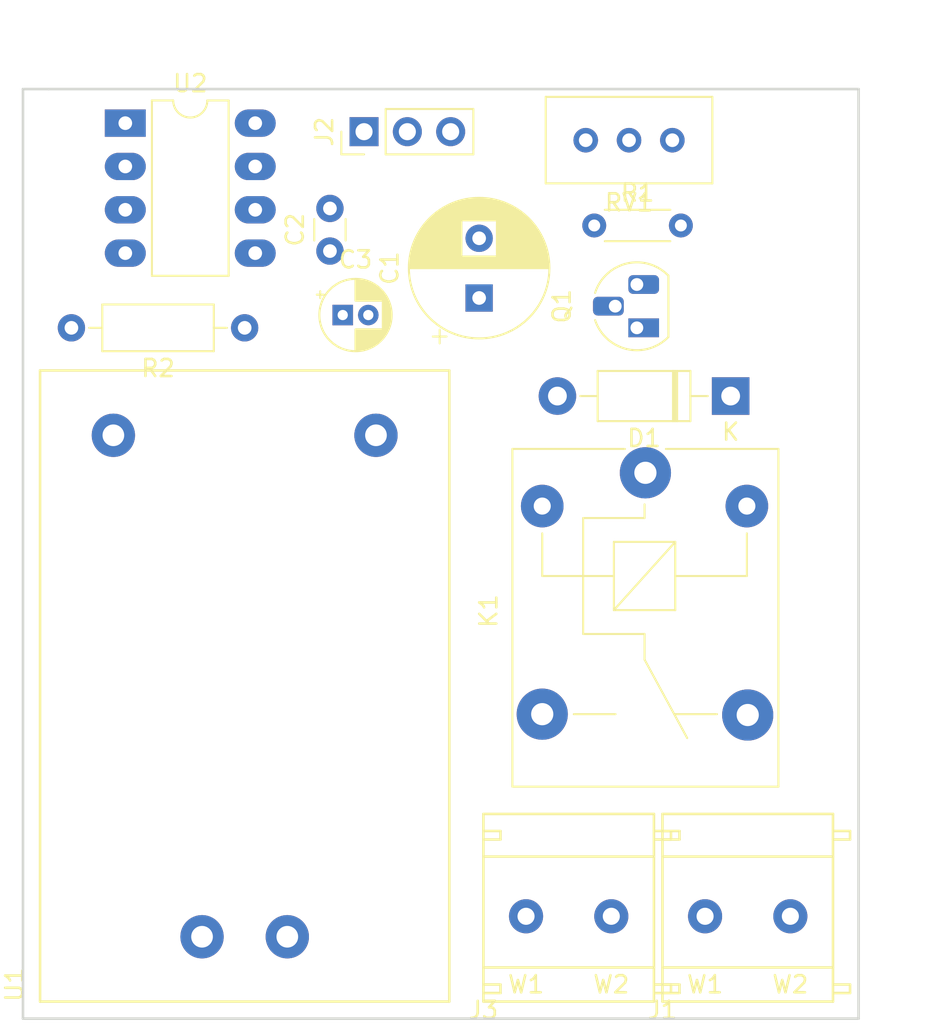
<source format=kicad_pcb>
(kicad_pcb (version 20171130) (host pcbnew 5.0.2-bee76a0~70~ubuntu18.04.1)

  (general
    (thickness 1.6)
    (drawings 5)
    (tracks 0)
    (zones 0)
    (modules 14)
    (nets 15)
  )

  (page A4)
  (layers
    (0 F.Cu signal)
    (31 B.Cu signal)
    (32 B.Adhes user)
    (33 F.Adhes user)
    (34 B.Paste user)
    (35 F.Paste user)
    (36 B.SilkS user)
    (37 F.SilkS user)
    (38 B.Mask user)
    (39 F.Mask user)
    (40 Dwgs.User user)
    (41 Cmts.User user)
    (42 Eco1.User user)
    (43 Eco2.User user)
    (44 Edge.Cuts user)
    (45 Margin user)
    (46 B.CrtYd user)
    (47 F.CrtYd user)
    (48 B.Fab user)
    (49 F.Fab user)
  )

  (setup
    (last_trace_width 0.25)
    (trace_clearance 0.2)
    (zone_clearance 0.508)
    (zone_45_only no)
    (trace_min 0.2)
    (segment_width 0.2)
    (edge_width 0.15)
    (via_size 0.8)
    (via_drill 0.4)
    (via_min_size 0.4)
    (via_min_drill 0.3)
    (uvia_size 0.3)
    (uvia_drill 0.1)
    (uvias_allowed no)
    (uvia_min_size 0.2)
    (uvia_min_drill 0.1)
    (pcb_text_width 0.3)
    (pcb_text_size 1.5 1.5)
    (mod_edge_width 0.15)
    (mod_text_size 1 1)
    (mod_text_width 0.15)
    (pad_size 1.524 1.524)
    (pad_drill 0.762)
    (pad_to_mask_clearance 0.051)
    (solder_mask_min_width 0.25)
    (aux_axis_origin 0 0)
    (visible_elements FFF9FF7F)
    (pcbplotparams
      (layerselection 0x010fc_ffffffff)
      (usegerberextensions false)
      (usegerberattributes false)
      (usegerberadvancedattributes false)
      (creategerberjobfile false)
      (excludeedgelayer true)
      (linewidth 0.100000)
      (plotframeref false)
      (viasonmask false)
      (mode 1)
      (useauxorigin false)
      (hpglpennumber 1)
      (hpglpenspeed 20)
      (hpglpendiameter 15.000000)
      (psnegative false)
      (psa4output false)
      (plotreference true)
      (plotvalue true)
      (plotinvisibletext false)
      (padsonsilk false)
      (subtractmaskfromsilk false)
      (outputformat 1)
      (mirror false)
      (drillshape 1)
      (scaleselection 1)
      (outputdirectory ""))
  )

  (net 0 "")
  (net 1 VCC)
  (net 2 GNDREF)
  (net 3 "Net-(C2-Pad1)")
  (net 4 "Net-(C3-Pad1)")
  (net 5 "Net-(D1-Pad2)")
  (net 6 "Net-(J1-Pad1)")
  (net 7 "Net-(J1-Pad2)")
  (net 8 "Net-(J2-Pad2)")
  (net 9 "Net-(J3-Pad2)")
  (net 10 "Net-(J3-Pad1)")
  (net 11 "Net-(R1-Pad2)")
  (net 12 "Net-(R2-Pad2)")
  (net 13 "Net-(RV1-Pad1)")
  (net 14 "Net-(U2-Pad7)")

  (net_class Default "This is the default net class."
    (clearance 0.2)
    (trace_width 0.25)
    (via_dia 0.8)
    (via_drill 0.4)
    (uvia_dia 0.3)
    (uvia_drill 0.1)
    (add_net GNDREF)
    (add_net "Net-(C2-Pad1)")
    (add_net "Net-(C3-Pad1)")
    (add_net "Net-(D1-Pad2)")
    (add_net "Net-(J1-Pad1)")
    (add_net "Net-(J1-Pad2)")
    (add_net "Net-(J2-Pad2)")
    (add_net "Net-(J3-Pad1)")
    (add_net "Net-(J3-Pad2)")
    (add_net "Net-(R1-Pad2)")
    (add_net "Net-(R2-Pad2)")
    (add_net "Net-(RV1-Pad1)")
    (add_net "Net-(U2-Pad7)")
    (add_net VCC)
  )

  (module Capacitor_THT:CP_Radial_D8.0mm_P3.50mm (layer F.Cu) (tedit 5AE50EF0) (tstamp 5C88856E)
    (at 145.75 92.25 90)
    (descr "CP, Radial series, Radial, pin pitch=3.50mm, , diameter=8mm, Electrolytic Capacitor")
    (tags "CP Radial series Radial pin pitch 3.50mm  diameter 8mm Electrolytic Capacitor")
    (path /5C4717AB)
    (fp_text reference C1 (at 1.75 -5.25 90) (layer F.SilkS)
      (effects (font (size 1 1) (thickness 0.15)))
    )
    (fp_text value 470uF (at 1.75 5.25 90) (layer F.Fab)
      (effects (font (size 1 1) (thickness 0.15)))
    )
    (fp_circle (center 1.75 0) (end 5.75 0) (layer F.Fab) (width 0.1))
    (fp_circle (center 1.75 0) (end 5.87 0) (layer F.SilkS) (width 0.12))
    (fp_circle (center 1.75 0) (end 6 0) (layer F.CrtYd) (width 0.05))
    (fp_line (start -1.676759 -1.7475) (end -0.876759 -1.7475) (layer F.Fab) (width 0.1))
    (fp_line (start -1.276759 -2.1475) (end -1.276759 -1.3475) (layer F.Fab) (width 0.1))
    (fp_line (start 1.75 -4.08) (end 1.75 4.08) (layer F.SilkS) (width 0.12))
    (fp_line (start 1.79 -4.08) (end 1.79 4.08) (layer F.SilkS) (width 0.12))
    (fp_line (start 1.83 -4.08) (end 1.83 4.08) (layer F.SilkS) (width 0.12))
    (fp_line (start 1.87 -4.079) (end 1.87 4.079) (layer F.SilkS) (width 0.12))
    (fp_line (start 1.91 -4.077) (end 1.91 4.077) (layer F.SilkS) (width 0.12))
    (fp_line (start 1.95 -4.076) (end 1.95 4.076) (layer F.SilkS) (width 0.12))
    (fp_line (start 1.99 -4.074) (end 1.99 4.074) (layer F.SilkS) (width 0.12))
    (fp_line (start 2.03 -4.071) (end 2.03 4.071) (layer F.SilkS) (width 0.12))
    (fp_line (start 2.07 -4.068) (end 2.07 4.068) (layer F.SilkS) (width 0.12))
    (fp_line (start 2.11 -4.065) (end 2.11 4.065) (layer F.SilkS) (width 0.12))
    (fp_line (start 2.15 -4.061) (end 2.15 4.061) (layer F.SilkS) (width 0.12))
    (fp_line (start 2.19 -4.057) (end 2.19 4.057) (layer F.SilkS) (width 0.12))
    (fp_line (start 2.23 -4.052) (end 2.23 4.052) (layer F.SilkS) (width 0.12))
    (fp_line (start 2.27 -4.048) (end 2.27 4.048) (layer F.SilkS) (width 0.12))
    (fp_line (start 2.31 -4.042) (end 2.31 4.042) (layer F.SilkS) (width 0.12))
    (fp_line (start 2.35 -4.037) (end 2.35 4.037) (layer F.SilkS) (width 0.12))
    (fp_line (start 2.39 -4.03) (end 2.39 4.03) (layer F.SilkS) (width 0.12))
    (fp_line (start 2.43 -4.024) (end 2.43 4.024) (layer F.SilkS) (width 0.12))
    (fp_line (start 2.471 -4.017) (end 2.471 -1.04) (layer F.SilkS) (width 0.12))
    (fp_line (start 2.471 1.04) (end 2.471 4.017) (layer F.SilkS) (width 0.12))
    (fp_line (start 2.511 -4.01) (end 2.511 -1.04) (layer F.SilkS) (width 0.12))
    (fp_line (start 2.511 1.04) (end 2.511 4.01) (layer F.SilkS) (width 0.12))
    (fp_line (start 2.551 -4.002) (end 2.551 -1.04) (layer F.SilkS) (width 0.12))
    (fp_line (start 2.551 1.04) (end 2.551 4.002) (layer F.SilkS) (width 0.12))
    (fp_line (start 2.591 -3.994) (end 2.591 -1.04) (layer F.SilkS) (width 0.12))
    (fp_line (start 2.591 1.04) (end 2.591 3.994) (layer F.SilkS) (width 0.12))
    (fp_line (start 2.631 -3.985) (end 2.631 -1.04) (layer F.SilkS) (width 0.12))
    (fp_line (start 2.631 1.04) (end 2.631 3.985) (layer F.SilkS) (width 0.12))
    (fp_line (start 2.671 -3.976) (end 2.671 -1.04) (layer F.SilkS) (width 0.12))
    (fp_line (start 2.671 1.04) (end 2.671 3.976) (layer F.SilkS) (width 0.12))
    (fp_line (start 2.711 -3.967) (end 2.711 -1.04) (layer F.SilkS) (width 0.12))
    (fp_line (start 2.711 1.04) (end 2.711 3.967) (layer F.SilkS) (width 0.12))
    (fp_line (start 2.751 -3.957) (end 2.751 -1.04) (layer F.SilkS) (width 0.12))
    (fp_line (start 2.751 1.04) (end 2.751 3.957) (layer F.SilkS) (width 0.12))
    (fp_line (start 2.791 -3.947) (end 2.791 -1.04) (layer F.SilkS) (width 0.12))
    (fp_line (start 2.791 1.04) (end 2.791 3.947) (layer F.SilkS) (width 0.12))
    (fp_line (start 2.831 -3.936) (end 2.831 -1.04) (layer F.SilkS) (width 0.12))
    (fp_line (start 2.831 1.04) (end 2.831 3.936) (layer F.SilkS) (width 0.12))
    (fp_line (start 2.871 -3.925) (end 2.871 -1.04) (layer F.SilkS) (width 0.12))
    (fp_line (start 2.871 1.04) (end 2.871 3.925) (layer F.SilkS) (width 0.12))
    (fp_line (start 2.911 -3.914) (end 2.911 -1.04) (layer F.SilkS) (width 0.12))
    (fp_line (start 2.911 1.04) (end 2.911 3.914) (layer F.SilkS) (width 0.12))
    (fp_line (start 2.951 -3.902) (end 2.951 -1.04) (layer F.SilkS) (width 0.12))
    (fp_line (start 2.951 1.04) (end 2.951 3.902) (layer F.SilkS) (width 0.12))
    (fp_line (start 2.991 -3.889) (end 2.991 -1.04) (layer F.SilkS) (width 0.12))
    (fp_line (start 2.991 1.04) (end 2.991 3.889) (layer F.SilkS) (width 0.12))
    (fp_line (start 3.031 -3.877) (end 3.031 -1.04) (layer F.SilkS) (width 0.12))
    (fp_line (start 3.031 1.04) (end 3.031 3.877) (layer F.SilkS) (width 0.12))
    (fp_line (start 3.071 -3.863) (end 3.071 -1.04) (layer F.SilkS) (width 0.12))
    (fp_line (start 3.071 1.04) (end 3.071 3.863) (layer F.SilkS) (width 0.12))
    (fp_line (start 3.111 -3.85) (end 3.111 -1.04) (layer F.SilkS) (width 0.12))
    (fp_line (start 3.111 1.04) (end 3.111 3.85) (layer F.SilkS) (width 0.12))
    (fp_line (start 3.151 -3.835) (end 3.151 -1.04) (layer F.SilkS) (width 0.12))
    (fp_line (start 3.151 1.04) (end 3.151 3.835) (layer F.SilkS) (width 0.12))
    (fp_line (start 3.191 -3.821) (end 3.191 -1.04) (layer F.SilkS) (width 0.12))
    (fp_line (start 3.191 1.04) (end 3.191 3.821) (layer F.SilkS) (width 0.12))
    (fp_line (start 3.231 -3.805) (end 3.231 -1.04) (layer F.SilkS) (width 0.12))
    (fp_line (start 3.231 1.04) (end 3.231 3.805) (layer F.SilkS) (width 0.12))
    (fp_line (start 3.271 -3.79) (end 3.271 -1.04) (layer F.SilkS) (width 0.12))
    (fp_line (start 3.271 1.04) (end 3.271 3.79) (layer F.SilkS) (width 0.12))
    (fp_line (start 3.311 -3.774) (end 3.311 -1.04) (layer F.SilkS) (width 0.12))
    (fp_line (start 3.311 1.04) (end 3.311 3.774) (layer F.SilkS) (width 0.12))
    (fp_line (start 3.351 -3.757) (end 3.351 -1.04) (layer F.SilkS) (width 0.12))
    (fp_line (start 3.351 1.04) (end 3.351 3.757) (layer F.SilkS) (width 0.12))
    (fp_line (start 3.391 -3.74) (end 3.391 -1.04) (layer F.SilkS) (width 0.12))
    (fp_line (start 3.391 1.04) (end 3.391 3.74) (layer F.SilkS) (width 0.12))
    (fp_line (start 3.431 -3.722) (end 3.431 -1.04) (layer F.SilkS) (width 0.12))
    (fp_line (start 3.431 1.04) (end 3.431 3.722) (layer F.SilkS) (width 0.12))
    (fp_line (start 3.471 -3.704) (end 3.471 -1.04) (layer F.SilkS) (width 0.12))
    (fp_line (start 3.471 1.04) (end 3.471 3.704) (layer F.SilkS) (width 0.12))
    (fp_line (start 3.511 -3.686) (end 3.511 -1.04) (layer F.SilkS) (width 0.12))
    (fp_line (start 3.511 1.04) (end 3.511 3.686) (layer F.SilkS) (width 0.12))
    (fp_line (start 3.551 -3.666) (end 3.551 -1.04) (layer F.SilkS) (width 0.12))
    (fp_line (start 3.551 1.04) (end 3.551 3.666) (layer F.SilkS) (width 0.12))
    (fp_line (start 3.591 -3.647) (end 3.591 -1.04) (layer F.SilkS) (width 0.12))
    (fp_line (start 3.591 1.04) (end 3.591 3.647) (layer F.SilkS) (width 0.12))
    (fp_line (start 3.631 -3.627) (end 3.631 -1.04) (layer F.SilkS) (width 0.12))
    (fp_line (start 3.631 1.04) (end 3.631 3.627) (layer F.SilkS) (width 0.12))
    (fp_line (start 3.671 -3.606) (end 3.671 -1.04) (layer F.SilkS) (width 0.12))
    (fp_line (start 3.671 1.04) (end 3.671 3.606) (layer F.SilkS) (width 0.12))
    (fp_line (start 3.711 -3.584) (end 3.711 -1.04) (layer F.SilkS) (width 0.12))
    (fp_line (start 3.711 1.04) (end 3.711 3.584) (layer F.SilkS) (width 0.12))
    (fp_line (start 3.751 -3.562) (end 3.751 -1.04) (layer F.SilkS) (width 0.12))
    (fp_line (start 3.751 1.04) (end 3.751 3.562) (layer F.SilkS) (width 0.12))
    (fp_line (start 3.791 -3.54) (end 3.791 -1.04) (layer F.SilkS) (width 0.12))
    (fp_line (start 3.791 1.04) (end 3.791 3.54) (layer F.SilkS) (width 0.12))
    (fp_line (start 3.831 -3.517) (end 3.831 -1.04) (layer F.SilkS) (width 0.12))
    (fp_line (start 3.831 1.04) (end 3.831 3.517) (layer F.SilkS) (width 0.12))
    (fp_line (start 3.871 -3.493) (end 3.871 -1.04) (layer F.SilkS) (width 0.12))
    (fp_line (start 3.871 1.04) (end 3.871 3.493) (layer F.SilkS) (width 0.12))
    (fp_line (start 3.911 -3.469) (end 3.911 -1.04) (layer F.SilkS) (width 0.12))
    (fp_line (start 3.911 1.04) (end 3.911 3.469) (layer F.SilkS) (width 0.12))
    (fp_line (start 3.951 -3.444) (end 3.951 -1.04) (layer F.SilkS) (width 0.12))
    (fp_line (start 3.951 1.04) (end 3.951 3.444) (layer F.SilkS) (width 0.12))
    (fp_line (start 3.991 -3.418) (end 3.991 -1.04) (layer F.SilkS) (width 0.12))
    (fp_line (start 3.991 1.04) (end 3.991 3.418) (layer F.SilkS) (width 0.12))
    (fp_line (start 4.031 -3.392) (end 4.031 -1.04) (layer F.SilkS) (width 0.12))
    (fp_line (start 4.031 1.04) (end 4.031 3.392) (layer F.SilkS) (width 0.12))
    (fp_line (start 4.071 -3.365) (end 4.071 -1.04) (layer F.SilkS) (width 0.12))
    (fp_line (start 4.071 1.04) (end 4.071 3.365) (layer F.SilkS) (width 0.12))
    (fp_line (start 4.111 -3.338) (end 4.111 -1.04) (layer F.SilkS) (width 0.12))
    (fp_line (start 4.111 1.04) (end 4.111 3.338) (layer F.SilkS) (width 0.12))
    (fp_line (start 4.151 -3.309) (end 4.151 -1.04) (layer F.SilkS) (width 0.12))
    (fp_line (start 4.151 1.04) (end 4.151 3.309) (layer F.SilkS) (width 0.12))
    (fp_line (start 4.191 -3.28) (end 4.191 -1.04) (layer F.SilkS) (width 0.12))
    (fp_line (start 4.191 1.04) (end 4.191 3.28) (layer F.SilkS) (width 0.12))
    (fp_line (start 4.231 -3.25) (end 4.231 -1.04) (layer F.SilkS) (width 0.12))
    (fp_line (start 4.231 1.04) (end 4.231 3.25) (layer F.SilkS) (width 0.12))
    (fp_line (start 4.271 -3.22) (end 4.271 -1.04) (layer F.SilkS) (width 0.12))
    (fp_line (start 4.271 1.04) (end 4.271 3.22) (layer F.SilkS) (width 0.12))
    (fp_line (start 4.311 -3.189) (end 4.311 -1.04) (layer F.SilkS) (width 0.12))
    (fp_line (start 4.311 1.04) (end 4.311 3.189) (layer F.SilkS) (width 0.12))
    (fp_line (start 4.351 -3.156) (end 4.351 -1.04) (layer F.SilkS) (width 0.12))
    (fp_line (start 4.351 1.04) (end 4.351 3.156) (layer F.SilkS) (width 0.12))
    (fp_line (start 4.391 -3.124) (end 4.391 -1.04) (layer F.SilkS) (width 0.12))
    (fp_line (start 4.391 1.04) (end 4.391 3.124) (layer F.SilkS) (width 0.12))
    (fp_line (start 4.431 -3.09) (end 4.431 -1.04) (layer F.SilkS) (width 0.12))
    (fp_line (start 4.431 1.04) (end 4.431 3.09) (layer F.SilkS) (width 0.12))
    (fp_line (start 4.471 -3.055) (end 4.471 -1.04) (layer F.SilkS) (width 0.12))
    (fp_line (start 4.471 1.04) (end 4.471 3.055) (layer F.SilkS) (width 0.12))
    (fp_line (start 4.511 -3.019) (end 4.511 -1.04) (layer F.SilkS) (width 0.12))
    (fp_line (start 4.511 1.04) (end 4.511 3.019) (layer F.SilkS) (width 0.12))
    (fp_line (start 4.551 -2.983) (end 4.551 2.983) (layer F.SilkS) (width 0.12))
    (fp_line (start 4.591 -2.945) (end 4.591 2.945) (layer F.SilkS) (width 0.12))
    (fp_line (start 4.631 -2.907) (end 4.631 2.907) (layer F.SilkS) (width 0.12))
    (fp_line (start 4.671 -2.867) (end 4.671 2.867) (layer F.SilkS) (width 0.12))
    (fp_line (start 4.711 -2.826) (end 4.711 2.826) (layer F.SilkS) (width 0.12))
    (fp_line (start 4.751 -2.784) (end 4.751 2.784) (layer F.SilkS) (width 0.12))
    (fp_line (start 4.791 -2.741) (end 4.791 2.741) (layer F.SilkS) (width 0.12))
    (fp_line (start 4.831 -2.697) (end 4.831 2.697) (layer F.SilkS) (width 0.12))
    (fp_line (start 4.871 -2.651) (end 4.871 2.651) (layer F.SilkS) (width 0.12))
    (fp_line (start 4.911 -2.604) (end 4.911 2.604) (layer F.SilkS) (width 0.12))
    (fp_line (start 4.951 -2.556) (end 4.951 2.556) (layer F.SilkS) (width 0.12))
    (fp_line (start 4.991 -2.505) (end 4.991 2.505) (layer F.SilkS) (width 0.12))
    (fp_line (start 5.031 -2.454) (end 5.031 2.454) (layer F.SilkS) (width 0.12))
    (fp_line (start 5.071 -2.4) (end 5.071 2.4) (layer F.SilkS) (width 0.12))
    (fp_line (start 5.111 -2.345) (end 5.111 2.345) (layer F.SilkS) (width 0.12))
    (fp_line (start 5.151 -2.287) (end 5.151 2.287) (layer F.SilkS) (width 0.12))
    (fp_line (start 5.191 -2.228) (end 5.191 2.228) (layer F.SilkS) (width 0.12))
    (fp_line (start 5.231 -2.166) (end 5.231 2.166) (layer F.SilkS) (width 0.12))
    (fp_line (start 5.271 -2.102) (end 5.271 2.102) (layer F.SilkS) (width 0.12))
    (fp_line (start 5.311 -2.034) (end 5.311 2.034) (layer F.SilkS) (width 0.12))
    (fp_line (start 5.351 -1.964) (end 5.351 1.964) (layer F.SilkS) (width 0.12))
    (fp_line (start 5.391 -1.89) (end 5.391 1.89) (layer F.SilkS) (width 0.12))
    (fp_line (start 5.431 -1.813) (end 5.431 1.813) (layer F.SilkS) (width 0.12))
    (fp_line (start 5.471 -1.731) (end 5.471 1.731) (layer F.SilkS) (width 0.12))
    (fp_line (start 5.511 -1.645) (end 5.511 1.645) (layer F.SilkS) (width 0.12))
    (fp_line (start 5.551 -1.552) (end 5.551 1.552) (layer F.SilkS) (width 0.12))
    (fp_line (start 5.591 -1.453) (end 5.591 1.453) (layer F.SilkS) (width 0.12))
    (fp_line (start 5.631 -1.346) (end 5.631 1.346) (layer F.SilkS) (width 0.12))
    (fp_line (start 5.671 -1.229) (end 5.671 1.229) (layer F.SilkS) (width 0.12))
    (fp_line (start 5.711 -1.098) (end 5.711 1.098) (layer F.SilkS) (width 0.12))
    (fp_line (start 5.751 -0.948) (end 5.751 0.948) (layer F.SilkS) (width 0.12))
    (fp_line (start 5.791 -0.768) (end 5.791 0.768) (layer F.SilkS) (width 0.12))
    (fp_line (start 5.831 -0.533) (end 5.831 0.533) (layer F.SilkS) (width 0.12))
    (fp_line (start -2.659698 -2.315) (end -1.859698 -2.315) (layer F.SilkS) (width 0.12))
    (fp_line (start -2.259698 -2.715) (end -2.259698 -1.915) (layer F.SilkS) (width 0.12))
    (fp_text user %R (at 1.75 0 90) (layer F.Fab)
      (effects (font (size 1 1) (thickness 0.15)))
    )
    (pad 1 thru_hole rect (at 0 0 90) (size 1.6 1.6) (drill 0.8) (layers *.Cu *.Mask)
      (net 1 VCC))
    (pad 2 thru_hole circle (at 3.5 0 90) (size 1.6 1.6) (drill 0.8) (layers *.Cu *.Mask)
      (net 2 GNDREF))
    (model ${KISYS3DMOD}/Capacitor_THT.3dshapes/CP_Radial_D8.0mm_P3.50mm.wrl
      (at (xyz 0 0 0))
      (scale (xyz 1 1 1))
      (rotate (xyz 0 0 0))
    )
  )

  (module Capacitor_THT:C_Disc_D3.0mm_W1.6mm_P2.50mm (layer F.Cu) (tedit 5AE50EF0) (tstamp 5C889CF1)
    (at 137 89.5 90)
    (descr "C, Disc series, Radial, pin pitch=2.50mm, , diameter*width=3.0*1.6mm^2, Capacitor, http://www.vishay.com/docs/45233/krseries.pdf")
    (tags "C Disc series Radial pin pitch 2.50mm  diameter 3.0mm width 1.6mm Capacitor")
    (path /5C471848)
    (fp_text reference C2 (at 1.25 -2.05 90) (layer F.SilkS)
      (effects (font (size 1 1) (thickness 0.15)))
    )
    (fp_text value 0.01uF (at 1.25 2.05 90) (layer F.Fab)
      (effects (font (size 1 1) (thickness 0.15)))
    )
    (fp_line (start -0.25 -0.8) (end -0.25 0.8) (layer F.Fab) (width 0.1))
    (fp_line (start -0.25 0.8) (end 2.75 0.8) (layer F.Fab) (width 0.1))
    (fp_line (start 2.75 0.8) (end 2.75 -0.8) (layer F.Fab) (width 0.1))
    (fp_line (start 2.75 -0.8) (end -0.25 -0.8) (layer F.Fab) (width 0.1))
    (fp_line (start 0.621 -0.92) (end 1.879 -0.92) (layer F.SilkS) (width 0.12))
    (fp_line (start 0.621 0.92) (end 1.879 0.92) (layer F.SilkS) (width 0.12))
    (fp_line (start -1.05 -1.05) (end -1.05 1.05) (layer F.CrtYd) (width 0.05))
    (fp_line (start -1.05 1.05) (end 3.55 1.05) (layer F.CrtYd) (width 0.05))
    (fp_line (start 3.55 1.05) (end 3.55 -1.05) (layer F.CrtYd) (width 0.05))
    (fp_line (start 3.55 -1.05) (end -1.05 -1.05) (layer F.CrtYd) (width 0.05))
    (fp_text user %R (at 1.25 0 90) (layer F.Fab)
      (effects (font (size 0.6 0.6) (thickness 0.09)))
    )
    (pad 1 thru_hole circle (at 0 0 90) (size 1.6 1.6) (drill 0.8) (layers *.Cu *.Mask)
      (net 3 "Net-(C2-Pad1)"))
    (pad 2 thru_hole circle (at 2.5 0 90) (size 1.6 1.6) (drill 0.8) (layers *.Cu *.Mask)
      (net 2 GNDREF))
    (model ${KISYS3DMOD}/Capacitor_THT.3dshapes/C_Disc_D3.0mm_W1.6mm_P2.50mm.wrl
      (at (xyz 0 0 0))
      (scale (xyz 1 1 1))
      (rotate (xyz 0 0 0))
    )
  )

  (module Capacitor_THT:CP_Radial_D4.0mm_P1.50mm (layer F.Cu) (tedit 5AE50EF0) (tstamp 5C88994B)
    (at 137.75 93.25)
    (descr "CP, Radial series, Radial, pin pitch=1.50mm, , diameter=4mm, Electrolytic Capacitor")
    (tags "CP Radial series Radial pin pitch 1.50mm  diameter 4mm Electrolytic Capacitor")
    (path /5C4714D1)
    (fp_text reference C3 (at 0.75 -3.25) (layer F.SilkS)
      (effects (font (size 1 1) (thickness 0.15)))
    )
    (fp_text value 10uF (at 0.75 3.25) (layer F.Fab)
      (effects (font (size 1 1) (thickness 0.15)))
    )
    (fp_circle (center 0.75 0) (end 2.75 0) (layer F.Fab) (width 0.1))
    (fp_circle (center 0.75 0) (end 2.87 0) (layer F.SilkS) (width 0.12))
    (fp_circle (center 0.75 0) (end 3 0) (layer F.CrtYd) (width 0.05))
    (fp_line (start -0.952554 -0.8675) (end -0.552554 -0.8675) (layer F.Fab) (width 0.1))
    (fp_line (start -0.752554 -1.0675) (end -0.752554 -0.6675) (layer F.Fab) (width 0.1))
    (fp_line (start 0.75 0.84) (end 0.75 2.08) (layer F.SilkS) (width 0.12))
    (fp_line (start 0.75 -2.08) (end 0.75 -0.84) (layer F.SilkS) (width 0.12))
    (fp_line (start 0.79 0.84) (end 0.79 2.08) (layer F.SilkS) (width 0.12))
    (fp_line (start 0.79 -2.08) (end 0.79 -0.84) (layer F.SilkS) (width 0.12))
    (fp_line (start 0.83 0.84) (end 0.83 2.079) (layer F.SilkS) (width 0.12))
    (fp_line (start 0.83 -2.079) (end 0.83 -0.84) (layer F.SilkS) (width 0.12))
    (fp_line (start 0.87 -2.077) (end 0.87 -0.84) (layer F.SilkS) (width 0.12))
    (fp_line (start 0.87 0.84) (end 0.87 2.077) (layer F.SilkS) (width 0.12))
    (fp_line (start 0.91 -2.074) (end 0.91 -0.84) (layer F.SilkS) (width 0.12))
    (fp_line (start 0.91 0.84) (end 0.91 2.074) (layer F.SilkS) (width 0.12))
    (fp_line (start 0.95 -2.071) (end 0.95 -0.84) (layer F.SilkS) (width 0.12))
    (fp_line (start 0.95 0.84) (end 0.95 2.071) (layer F.SilkS) (width 0.12))
    (fp_line (start 0.99 -2.067) (end 0.99 -0.84) (layer F.SilkS) (width 0.12))
    (fp_line (start 0.99 0.84) (end 0.99 2.067) (layer F.SilkS) (width 0.12))
    (fp_line (start 1.03 -2.062) (end 1.03 -0.84) (layer F.SilkS) (width 0.12))
    (fp_line (start 1.03 0.84) (end 1.03 2.062) (layer F.SilkS) (width 0.12))
    (fp_line (start 1.07 -2.056) (end 1.07 -0.84) (layer F.SilkS) (width 0.12))
    (fp_line (start 1.07 0.84) (end 1.07 2.056) (layer F.SilkS) (width 0.12))
    (fp_line (start 1.11 -2.05) (end 1.11 -0.84) (layer F.SilkS) (width 0.12))
    (fp_line (start 1.11 0.84) (end 1.11 2.05) (layer F.SilkS) (width 0.12))
    (fp_line (start 1.15 -2.042) (end 1.15 -0.84) (layer F.SilkS) (width 0.12))
    (fp_line (start 1.15 0.84) (end 1.15 2.042) (layer F.SilkS) (width 0.12))
    (fp_line (start 1.19 -2.034) (end 1.19 -0.84) (layer F.SilkS) (width 0.12))
    (fp_line (start 1.19 0.84) (end 1.19 2.034) (layer F.SilkS) (width 0.12))
    (fp_line (start 1.23 -2.025) (end 1.23 -0.84) (layer F.SilkS) (width 0.12))
    (fp_line (start 1.23 0.84) (end 1.23 2.025) (layer F.SilkS) (width 0.12))
    (fp_line (start 1.27 -2.016) (end 1.27 -0.84) (layer F.SilkS) (width 0.12))
    (fp_line (start 1.27 0.84) (end 1.27 2.016) (layer F.SilkS) (width 0.12))
    (fp_line (start 1.31 -2.005) (end 1.31 -0.84) (layer F.SilkS) (width 0.12))
    (fp_line (start 1.31 0.84) (end 1.31 2.005) (layer F.SilkS) (width 0.12))
    (fp_line (start 1.35 -1.994) (end 1.35 -0.84) (layer F.SilkS) (width 0.12))
    (fp_line (start 1.35 0.84) (end 1.35 1.994) (layer F.SilkS) (width 0.12))
    (fp_line (start 1.39 -1.982) (end 1.39 -0.84) (layer F.SilkS) (width 0.12))
    (fp_line (start 1.39 0.84) (end 1.39 1.982) (layer F.SilkS) (width 0.12))
    (fp_line (start 1.43 -1.968) (end 1.43 -0.84) (layer F.SilkS) (width 0.12))
    (fp_line (start 1.43 0.84) (end 1.43 1.968) (layer F.SilkS) (width 0.12))
    (fp_line (start 1.471 -1.954) (end 1.471 -0.84) (layer F.SilkS) (width 0.12))
    (fp_line (start 1.471 0.84) (end 1.471 1.954) (layer F.SilkS) (width 0.12))
    (fp_line (start 1.511 -1.94) (end 1.511 -0.84) (layer F.SilkS) (width 0.12))
    (fp_line (start 1.511 0.84) (end 1.511 1.94) (layer F.SilkS) (width 0.12))
    (fp_line (start 1.551 -1.924) (end 1.551 -0.84) (layer F.SilkS) (width 0.12))
    (fp_line (start 1.551 0.84) (end 1.551 1.924) (layer F.SilkS) (width 0.12))
    (fp_line (start 1.591 -1.907) (end 1.591 -0.84) (layer F.SilkS) (width 0.12))
    (fp_line (start 1.591 0.84) (end 1.591 1.907) (layer F.SilkS) (width 0.12))
    (fp_line (start 1.631 -1.889) (end 1.631 -0.84) (layer F.SilkS) (width 0.12))
    (fp_line (start 1.631 0.84) (end 1.631 1.889) (layer F.SilkS) (width 0.12))
    (fp_line (start 1.671 -1.87) (end 1.671 -0.84) (layer F.SilkS) (width 0.12))
    (fp_line (start 1.671 0.84) (end 1.671 1.87) (layer F.SilkS) (width 0.12))
    (fp_line (start 1.711 -1.851) (end 1.711 -0.84) (layer F.SilkS) (width 0.12))
    (fp_line (start 1.711 0.84) (end 1.711 1.851) (layer F.SilkS) (width 0.12))
    (fp_line (start 1.751 -1.83) (end 1.751 -0.84) (layer F.SilkS) (width 0.12))
    (fp_line (start 1.751 0.84) (end 1.751 1.83) (layer F.SilkS) (width 0.12))
    (fp_line (start 1.791 -1.808) (end 1.791 -0.84) (layer F.SilkS) (width 0.12))
    (fp_line (start 1.791 0.84) (end 1.791 1.808) (layer F.SilkS) (width 0.12))
    (fp_line (start 1.831 -1.785) (end 1.831 -0.84) (layer F.SilkS) (width 0.12))
    (fp_line (start 1.831 0.84) (end 1.831 1.785) (layer F.SilkS) (width 0.12))
    (fp_line (start 1.871 -1.76) (end 1.871 -0.84) (layer F.SilkS) (width 0.12))
    (fp_line (start 1.871 0.84) (end 1.871 1.76) (layer F.SilkS) (width 0.12))
    (fp_line (start 1.911 -1.735) (end 1.911 -0.84) (layer F.SilkS) (width 0.12))
    (fp_line (start 1.911 0.84) (end 1.911 1.735) (layer F.SilkS) (width 0.12))
    (fp_line (start 1.951 -1.708) (end 1.951 -0.84) (layer F.SilkS) (width 0.12))
    (fp_line (start 1.951 0.84) (end 1.951 1.708) (layer F.SilkS) (width 0.12))
    (fp_line (start 1.991 -1.68) (end 1.991 -0.84) (layer F.SilkS) (width 0.12))
    (fp_line (start 1.991 0.84) (end 1.991 1.68) (layer F.SilkS) (width 0.12))
    (fp_line (start 2.031 -1.65) (end 2.031 -0.84) (layer F.SilkS) (width 0.12))
    (fp_line (start 2.031 0.84) (end 2.031 1.65) (layer F.SilkS) (width 0.12))
    (fp_line (start 2.071 -1.619) (end 2.071 -0.84) (layer F.SilkS) (width 0.12))
    (fp_line (start 2.071 0.84) (end 2.071 1.619) (layer F.SilkS) (width 0.12))
    (fp_line (start 2.111 -1.587) (end 2.111 -0.84) (layer F.SilkS) (width 0.12))
    (fp_line (start 2.111 0.84) (end 2.111 1.587) (layer F.SilkS) (width 0.12))
    (fp_line (start 2.151 -1.552) (end 2.151 -0.84) (layer F.SilkS) (width 0.12))
    (fp_line (start 2.151 0.84) (end 2.151 1.552) (layer F.SilkS) (width 0.12))
    (fp_line (start 2.191 -1.516) (end 2.191 -0.84) (layer F.SilkS) (width 0.12))
    (fp_line (start 2.191 0.84) (end 2.191 1.516) (layer F.SilkS) (width 0.12))
    (fp_line (start 2.231 -1.478) (end 2.231 -0.84) (layer F.SilkS) (width 0.12))
    (fp_line (start 2.231 0.84) (end 2.231 1.478) (layer F.SilkS) (width 0.12))
    (fp_line (start 2.271 -1.438) (end 2.271 -0.84) (layer F.SilkS) (width 0.12))
    (fp_line (start 2.271 0.84) (end 2.271 1.438) (layer F.SilkS) (width 0.12))
    (fp_line (start 2.311 -1.396) (end 2.311 -0.84) (layer F.SilkS) (width 0.12))
    (fp_line (start 2.311 0.84) (end 2.311 1.396) (layer F.SilkS) (width 0.12))
    (fp_line (start 2.351 -1.351) (end 2.351 1.351) (layer F.SilkS) (width 0.12))
    (fp_line (start 2.391 -1.304) (end 2.391 1.304) (layer F.SilkS) (width 0.12))
    (fp_line (start 2.431 -1.254) (end 2.431 1.254) (layer F.SilkS) (width 0.12))
    (fp_line (start 2.471 -1.2) (end 2.471 1.2) (layer F.SilkS) (width 0.12))
    (fp_line (start 2.511 -1.142) (end 2.511 1.142) (layer F.SilkS) (width 0.12))
    (fp_line (start 2.551 -1.08) (end 2.551 1.08) (layer F.SilkS) (width 0.12))
    (fp_line (start 2.591 -1.013) (end 2.591 1.013) (layer F.SilkS) (width 0.12))
    (fp_line (start 2.631 -0.94) (end 2.631 0.94) (layer F.SilkS) (width 0.12))
    (fp_line (start 2.671 -0.859) (end 2.671 0.859) (layer F.SilkS) (width 0.12))
    (fp_line (start 2.711 -0.768) (end 2.711 0.768) (layer F.SilkS) (width 0.12))
    (fp_line (start 2.751 -0.664) (end 2.751 0.664) (layer F.SilkS) (width 0.12))
    (fp_line (start 2.791 -0.537) (end 2.791 0.537) (layer F.SilkS) (width 0.12))
    (fp_line (start 2.831 -0.37) (end 2.831 0.37) (layer F.SilkS) (width 0.12))
    (fp_line (start -1.519801 -1.195) (end -1.119801 -1.195) (layer F.SilkS) (width 0.12))
    (fp_line (start -1.319801 -1.395) (end -1.319801 -0.995) (layer F.SilkS) (width 0.12))
    (fp_text user %R (at 0.75 0) (layer F.Fab)
      (effects (font (size 0.8 0.8) (thickness 0.12)))
    )
    (pad 1 thru_hole rect (at 0 0) (size 1.2 1.2) (drill 0.6) (layers *.Cu *.Mask)
      (net 4 "Net-(C3-Pad1)"))
    (pad 2 thru_hole circle (at 1.5 0) (size 1.2 1.2) (drill 0.6) (layers *.Cu *.Mask)
      (net 2 GNDREF))
    (model ${KISYS3DMOD}/Capacitor_THT.3dshapes/CP_Radial_D4.0mm_P1.50mm.wrl
      (at (xyz 0 0 0))
      (scale (xyz 1 1 1))
      (rotate (xyz 0 0 0))
    )
  )

  (module Diode_THT:D_DO-41_SOD81_P10.16mm_Horizontal (layer F.Cu) (tedit 5AE50CD5) (tstamp 5C8B17C9)
    (at 160.5 98 180)
    (descr "Diode, DO-41_SOD81 series, Axial, Horizontal, pin pitch=10.16mm, , length*diameter=5.2*2.7mm^2, , http://www.diodes.com/_files/packages/DO-41%20(Plastic).pdf")
    (tags "Diode DO-41_SOD81 series Axial Horizontal pin pitch 10.16mm  length 5.2mm diameter 2.7mm")
    (path /5C470ECF)
    (fp_text reference D1 (at 5.08 -2.47 180) (layer F.SilkS)
      (effects (font (size 1 1) (thickness 0.15)))
    )
    (fp_text value 1N4001 (at 5.08 2.47 180) (layer F.Fab)
      (effects (font (size 1 1) (thickness 0.15)))
    )
    (fp_line (start 2.48 -1.35) (end 2.48 1.35) (layer F.Fab) (width 0.1))
    (fp_line (start 2.48 1.35) (end 7.68 1.35) (layer F.Fab) (width 0.1))
    (fp_line (start 7.68 1.35) (end 7.68 -1.35) (layer F.Fab) (width 0.1))
    (fp_line (start 7.68 -1.35) (end 2.48 -1.35) (layer F.Fab) (width 0.1))
    (fp_line (start 0 0) (end 2.48 0) (layer F.Fab) (width 0.1))
    (fp_line (start 10.16 0) (end 7.68 0) (layer F.Fab) (width 0.1))
    (fp_line (start 3.26 -1.35) (end 3.26 1.35) (layer F.Fab) (width 0.1))
    (fp_line (start 3.36 -1.35) (end 3.36 1.35) (layer F.Fab) (width 0.1))
    (fp_line (start 3.16 -1.35) (end 3.16 1.35) (layer F.Fab) (width 0.1))
    (fp_line (start 2.36 -1.47) (end 2.36 1.47) (layer F.SilkS) (width 0.12))
    (fp_line (start 2.36 1.47) (end 7.8 1.47) (layer F.SilkS) (width 0.12))
    (fp_line (start 7.8 1.47) (end 7.8 -1.47) (layer F.SilkS) (width 0.12))
    (fp_line (start 7.8 -1.47) (end 2.36 -1.47) (layer F.SilkS) (width 0.12))
    (fp_line (start 1.34 0) (end 2.36 0) (layer F.SilkS) (width 0.12))
    (fp_line (start 8.82 0) (end 7.8 0) (layer F.SilkS) (width 0.12))
    (fp_line (start 3.26 -1.47) (end 3.26 1.47) (layer F.SilkS) (width 0.12))
    (fp_line (start 3.38 -1.47) (end 3.38 1.47) (layer F.SilkS) (width 0.12))
    (fp_line (start 3.14 -1.47) (end 3.14 1.47) (layer F.SilkS) (width 0.12))
    (fp_line (start -1.35 -1.6) (end -1.35 1.6) (layer F.CrtYd) (width 0.05))
    (fp_line (start -1.35 1.6) (end 11.51 1.6) (layer F.CrtYd) (width 0.05))
    (fp_line (start 11.51 1.6) (end 11.51 -1.6) (layer F.CrtYd) (width 0.05))
    (fp_line (start 11.51 -1.6) (end -1.35 -1.6) (layer F.CrtYd) (width 0.05))
    (fp_text user %R (at 5.47 0 180) (layer F.Fab)
      (effects (font (size 1 1) (thickness 0.15)))
    )
    (fp_text user K (at 0 -2.1 180) (layer F.Fab)
      (effects (font (size 1 1) (thickness 0.15)))
    )
    (fp_text user K (at 0 -2.1 180) (layer F.SilkS)
      (effects (font (size 1 1) (thickness 0.15)))
    )
    (pad 1 thru_hole rect (at 0 0 180) (size 2.2 2.2) (drill 1.1) (layers *.Cu *.Mask)
      (net 1 VCC))
    (pad 2 thru_hole oval (at 10.16 0 180) (size 2.2 2.2) (drill 1.1) (layers *.Cu *.Mask)
      (net 5 "Net-(D1-Pad2)"))
    (model ${KISYS3DMOD}/Diode_THT.3dshapes/D_DO-41_SOD81_P10.16mm_Horizontal.wrl
      (at (xyz 0 0 0))
      (scale (xyz 1 1 1))
      (rotate (xyz 0 0 0))
    )
  )

  (module mylibs:Screw_terminal_2pin_P5mm_width10mm (layer F.Cu) (tedit 5C7E6A21) (tstamp 5C8B0AD6)
    (at 156.5 133.5)
    (path /5C4739E9)
    (fp_text reference J1 (at 0 0.5) (layer F.SilkS)
      (effects (font (size 1 1) (thickness 0.15)))
    )
    (fp_text value Screw_Terminal_01x02 (at 7.5 -12.5) (layer F.Fab)
      (effects (font (size 1 1) (thickness 0.15)))
    )
    (fp_line (start 0 0) (end 0 -11) (layer F.SilkS) (width 0.15))
    (fp_line (start 0 -11) (end 10 -11) (layer F.SilkS) (width 0.15))
    (fp_line (start 10 -11) (end 10 0) (layer F.SilkS) (width 0.15))
    (fp_line (start 10 0) (end 0 0) (layer F.SilkS) (width 0.15))
    (fp_line (start 0 -2) (end 10 -2) (layer F.SilkS) (width 0.15))
    (fp_line (start 0 -8.5) (end 10 -8.5) (layer F.SilkS) (width 0.15))
    (fp_line (start 10 -10) (end 11 -10) (layer F.SilkS) (width 0.15))
    (fp_line (start 11 -10) (end 11 -9.5) (layer F.SilkS) (width 0.15))
    (fp_line (start 11 -9.5) (end 10 -9.5) (layer F.SilkS) (width 0.15))
    (fp_line (start 0 -10) (end 1 -10) (layer F.SilkS) (width 0.15))
    (fp_line (start 1 -10) (end 1 -9.5) (layer F.SilkS) (width 0.15))
    (fp_line (start 1 -9.5) (end 0 -9.5) (layer F.SilkS) (width 0.15))
    (fp_line (start 10 -1) (end 11 -1) (layer F.SilkS) (width 0.15))
    (fp_line (start 11 -1) (end 11 -0.5) (layer F.SilkS) (width 0.15))
    (fp_line (start 11 -0.5) (end 10 -0.5) (layer F.SilkS) (width 0.15))
    (fp_line (start 0 -1) (end 1 -1) (layer F.SilkS) (width 0.15))
    (fp_line (start 1 -1) (end 1 -0.5) (layer F.SilkS) (width 0.15))
    (fp_line (start 1 -0.5) (end 0 -0.5) (layer F.SilkS) (width 0.15))
    (fp_text user W1 (at 2.5 -1) (layer F.SilkS)
      (effects (font (size 1 1) (thickness 0.15)))
    )
    (fp_text user W2 (at 7.5 -1) (layer F.SilkS)
      (effects (font (size 1 1) (thickness 0.15)))
    )
    (pad 1 thru_hole circle (at 2.5 -5) (size 2 2) (drill 1) (layers *.Cu *.Mask)
      (net 6 "Net-(J1-Pad1)"))
    (pad 2 thru_hole circle (at 7.5 -5) (size 2 2) (drill 1) (layers *.Cu *.Mask)
      (net 7 "Net-(J1-Pad2)"))
  )

  (module Connector_PinHeader_2.54mm:PinHeader_1x03_P2.54mm_Vertical (layer F.Cu) (tedit 59FED5CC) (tstamp 5C8B1C53)
    (at 139 82.5 90)
    (descr "Through hole straight pin header, 1x03, 2.54mm pitch, single row")
    (tags "Through hole pin header THT 1x03 2.54mm single row")
    (path /5C473F9C)
    (fp_text reference J2 (at 0 -2.33 90) (layer F.SilkS)
      (effects (font (size 1 1) (thickness 0.15)))
    )
    (fp_text value Conn_01x03_Female (at 0 7.41 90) (layer F.Fab)
      (effects (font (size 1 1) (thickness 0.15)))
    )
    (fp_line (start -0.635 -1.27) (end 1.27 -1.27) (layer F.Fab) (width 0.1))
    (fp_line (start 1.27 -1.27) (end 1.27 6.35) (layer F.Fab) (width 0.1))
    (fp_line (start 1.27 6.35) (end -1.27 6.35) (layer F.Fab) (width 0.1))
    (fp_line (start -1.27 6.35) (end -1.27 -0.635) (layer F.Fab) (width 0.1))
    (fp_line (start -1.27 -0.635) (end -0.635 -1.27) (layer F.Fab) (width 0.1))
    (fp_line (start -1.33 6.41) (end 1.33 6.41) (layer F.SilkS) (width 0.12))
    (fp_line (start -1.33 1.27) (end -1.33 6.41) (layer F.SilkS) (width 0.12))
    (fp_line (start 1.33 1.27) (end 1.33 6.41) (layer F.SilkS) (width 0.12))
    (fp_line (start -1.33 1.27) (end 1.33 1.27) (layer F.SilkS) (width 0.12))
    (fp_line (start -1.33 0) (end -1.33 -1.33) (layer F.SilkS) (width 0.12))
    (fp_line (start -1.33 -1.33) (end 0 -1.33) (layer F.SilkS) (width 0.12))
    (fp_line (start -1.8 -1.8) (end -1.8 6.85) (layer F.CrtYd) (width 0.05))
    (fp_line (start -1.8 6.85) (end 1.8 6.85) (layer F.CrtYd) (width 0.05))
    (fp_line (start 1.8 6.85) (end 1.8 -1.8) (layer F.CrtYd) (width 0.05))
    (fp_line (start 1.8 -1.8) (end -1.8 -1.8) (layer F.CrtYd) (width 0.05))
    (fp_text user %R (at 0 2.54 180) (layer F.Fab)
      (effects (font (size 1 1) (thickness 0.15)))
    )
    (pad 1 thru_hole rect (at 0 0 90) (size 1.7 1.7) (drill 1) (layers *.Cu *.Mask)
      (net 2 GNDREF))
    (pad 2 thru_hole oval (at 0 2.54 90) (size 1.7 1.7) (drill 1) (layers *.Cu *.Mask)
      (net 8 "Net-(J2-Pad2)"))
    (pad 3 thru_hole oval (at 0 5.08 90) (size 1.7 1.7) (drill 1) (layers *.Cu *.Mask)
      (net 1 VCC))
    (model ${KISYS3DMOD}/Connector_PinHeader_2.54mm.3dshapes/PinHeader_1x03_P2.54mm_Vertical.wrl
      (at (xyz 0 0 0))
      (scale (xyz 1 1 1))
      (rotate (xyz 0 0 0))
    )
  )

  (module mylibs:Screw_terminal_2pin_P5mm_width10mm (layer F.Cu) (tedit 5C7E6A21) (tstamp 5C8B1641)
    (at 146 133.5)
    (path /5C473A8F)
    (fp_text reference J3 (at 0 0.5) (layer F.SilkS)
      (effects (font (size 1 1) (thickness 0.15)))
    )
    (fp_text value Screw_Terminal_01x02 (at 7.5 -12.5) (layer F.Fab)
      (effects (font (size 1 1) (thickness 0.15)))
    )
    (fp_text user W2 (at 7.5 -1) (layer F.SilkS)
      (effects (font (size 1 1) (thickness 0.15)))
    )
    (fp_text user W1 (at 2.5 -1) (layer F.SilkS)
      (effects (font (size 1 1) (thickness 0.15)))
    )
    (fp_line (start 1 -0.5) (end 0 -0.5) (layer F.SilkS) (width 0.15))
    (fp_line (start 1 -1) (end 1 -0.5) (layer F.SilkS) (width 0.15))
    (fp_line (start 0 -1) (end 1 -1) (layer F.SilkS) (width 0.15))
    (fp_line (start 11 -0.5) (end 10 -0.5) (layer F.SilkS) (width 0.15))
    (fp_line (start 11 -1) (end 11 -0.5) (layer F.SilkS) (width 0.15))
    (fp_line (start 10 -1) (end 11 -1) (layer F.SilkS) (width 0.15))
    (fp_line (start 1 -9.5) (end 0 -9.5) (layer F.SilkS) (width 0.15))
    (fp_line (start 1 -10) (end 1 -9.5) (layer F.SilkS) (width 0.15))
    (fp_line (start 0 -10) (end 1 -10) (layer F.SilkS) (width 0.15))
    (fp_line (start 11 -9.5) (end 10 -9.5) (layer F.SilkS) (width 0.15))
    (fp_line (start 11 -10) (end 11 -9.5) (layer F.SilkS) (width 0.15))
    (fp_line (start 10 -10) (end 11 -10) (layer F.SilkS) (width 0.15))
    (fp_line (start 0 -8.5) (end 10 -8.5) (layer F.SilkS) (width 0.15))
    (fp_line (start 0 -2) (end 10 -2) (layer F.SilkS) (width 0.15))
    (fp_line (start 10 0) (end 0 0) (layer F.SilkS) (width 0.15))
    (fp_line (start 10 -11) (end 10 0) (layer F.SilkS) (width 0.15))
    (fp_line (start 0 -11) (end 10 -11) (layer F.SilkS) (width 0.15))
    (fp_line (start 0 0) (end 0 -11) (layer F.SilkS) (width 0.15))
    (pad 2 thru_hole circle (at 7.5 -5) (size 2 2) (drill 1) (layers *.Cu *.Mask)
      (net 9 "Net-(J3-Pad2)"))
    (pad 1 thru_hole circle (at 2.5 -5) (size 2 2) (drill 1) (layers *.Cu *.Mask)
      (net 10 "Net-(J3-Pad1)"))
  )

  (module Relay_THT:Relay_SPDT_SANYOU_SRD_Series_Form_C (layer F.Cu) (tedit 58FA3148) (tstamp 5C8B08C0)
    (at 155.5 102.5 270)
    (descr "relay Sanyou SRD series Form C http://www.sanyourelay.ca/public/products/pdf/SRD.pdf")
    (tags "relay Sanyu SRD form C")
    (path /5C47358F)
    (fp_text reference K1 (at 8.1 9.2 270) (layer F.SilkS)
      (effects (font (size 1 1) (thickness 0.15)))
    )
    (fp_text value JQC-3F-1C-DC5V (at 8 -9.6 270) (layer F.Fab)
      (effects (font (size 1 1) (thickness 0.15)))
    )
    (fp_line (start -1.4 1.2) (end -1.4 7.8) (layer F.SilkS) (width 0.12))
    (fp_line (start -1.4 -7.8) (end -1.4 -1.2) (layer F.SilkS) (width 0.12))
    (fp_line (start -1.4 -7.8) (end 18.4 -7.8) (layer F.SilkS) (width 0.12))
    (fp_line (start 18.4 -7.8) (end 18.4 7.8) (layer F.SilkS) (width 0.12))
    (fp_line (start 18.4 7.8) (end -1.4 7.8) (layer F.SilkS) (width 0.12))
    (fp_text user 1 (at 0 -2.3 270) (layer F.Fab)
      (effects (font (size 1 1) (thickness 0.15)))
    )
    (fp_line (start -1.3 -7.7) (end 18.3 -7.7) (layer F.Fab) (width 0.12))
    (fp_line (start 18.3 -7.7) (end 18.3 7.7) (layer F.Fab) (width 0.12))
    (fp_line (start 18.3 7.7) (end -1.3 7.7) (layer F.Fab) (width 0.12))
    (fp_line (start -1.3 7.7) (end -1.3 -7.7) (layer F.Fab) (width 0.12))
    (fp_text user %R (at 7.1 0.025 270) (layer F.Fab)
      (effects (font (size 1 1) (thickness 0.15)))
    )
    (fp_line (start 18.55 -7.95) (end -1.55 -7.95) (layer F.CrtYd) (width 0.05))
    (fp_line (start -1.55 7.95) (end -1.55 -7.95) (layer F.CrtYd) (width 0.05))
    (fp_line (start 18.55 -7.95) (end 18.55 7.95) (layer F.CrtYd) (width 0.05))
    (fp_line (start -1.55 7.95) (end 18.55 7.95) (layer F.CrtYd) (width 0.05))
    (fp_line (start 14.15 4.2) (end 14.15 1.75) (layer F.SilkS) (width 0.12))
    (fp_line (start 14.15 -4.2) (end 14.15 -1.7) (layer F.SilkS) (width 0.12))
    (fp_line (start 3.55 6.05) (end 6.05 6.05) (layer F.SilkS) (width 0.12))
    (fp_line (start 2.65 0.05) (end 1.85 0.05) (layer F.SilkS) (width 0.12))
    (fp_line (start 6.05 -5.95) (end 3.55 -5.95) (layer F.SilkS) (width 0.12))
    (fp_line (start 9.45 0.05) (end 10.95 0.05) (layer F.SilkS) (width 0.12))
    (fp_line (start 10.95 0.05) (end 15.55 -2.45) (layer F.SilkS) (width 0.12))
    (fp_line (start 9.45 3.65) (end 2.65 3.65) (layer F.SilkS) (width 0.12))
    (fp_line (start 9.45 0.05) (end 9.45 3.65) (layer F.SilkS) (width 0.12))
    (fp_line (start 2.65 0.05) (end 2.65 3.65) (layer F.SilkS) (width 0.12))
    (fp_line (start 6.05 -5.95) (end 6.05 -1.75) (layer F.SilkS) (width 0.12))
    (fp_line (start 6.05 1.85) (end 6.05 6.05) (layer F.SilkS) (width 0.12))
    (fp_line (start 8.05 1.85) (end 4.05 -1.75) (layer F.SilkS) (width 0.12))
    (fp_line (start 4.05 1.85) (end 4.05 -1.75) (layer F.SilkS) (width 0.12))
    (fp_line (start 4.05 -1.75) (end 8.05 -1.75) (layer F.SilkS) (width 0.12))
    (fp_line (start 8.05 -1.75) (end 8.05 1.85) (layer F.SilkS) (width 0.12))
    (fp_line (start 8.05 1.85) (end 4.05 1.85) (layer F.SilkS) (width 0.12))
    (pad 2 thru_hole circle (at 1.95 6.05) (size 2.5 2.5) (drill 1) (layers *.Cu *.Mask)
      (net 5 "Net-(D1-Pad2)"))
    (pad 3 thru_hole circle (at 14.15 6.05) (size 3 3) (drill 1.3) (layers *.Cu *.Mask)
      (net 10 "Net-(J3-Pad1)"))
    (pad 4 thru_hole circle (at 14.2 -6) (size 3 3) (drill 1.3) (layers *.Cu *.Mask)
      (net 9 "Net-(J3-Pad2)"))
    (pad 5 thru_hole circle (at 1.95 -5.95) (size 2.5 2.5) (drill 1) (layers *.Cu *.Mask)
      (net 1 VCC))
    (pad 1 thru_hole circle (at 0 0) (size 3 3) (drill 1.3) (layers *.Cu *.Mask)
      (net 7 "Net-(J1-Pad2)"))
    (model ${KISYS3DMOD}/Relay_THT.3dshapes/Relay_SPDT_SANYOU_SRD_Series_Form_C.wrl
      (at (xyz 0 0 0))
      (scale (xyz 1 1 1))
      (rotate (xyz 0 0 0))
    )
  )

  (module Package_TO_SOT_THT:TO-92_HandSolder (layer F.Cu) (tedit 5A282C46) (tstamp 5C8B0A9B)
    (at 155 94 90)
    (descr "TO-92 leads molded, narrow, drill 0.75mm, handsoldering variant with enlarged pads (see NXP sot054_po.pdf)")
    (tags "to-92 sc-43 sc-43a sot54 PA33 transistor")
    (path /5C470FE9)
    (fp_text reference Q1 (at 1.27 -4.4 90) (layer F.SilkS)
      (effects (font (size 1 1) (thickness 0.15)))
    )
    (fp_text value BC547 (at 1.27 2.79 90) (layer F.Fab)
      (effects (font (size 1 1) (thickness 0.15)))
    )
    (fp_text user %R (at 1.27 -4.4 90) (layer F.Fab)
      (effects (font (size 1 1) (thickness 0.15)))
    )
    (fp_line (start -0.53 1.85) (end 3.07 1.85) (layer F.SilkS) (width 0.12))
    (fp_line (start -0.5 1.75) (end 3 1.75) (layer F.Fab) (width 0.1))
    (fp_line (start -1.46 -3.05) (end 4 -3.05) (layer F.CrtYd) (width 0.05))
    (fp_line (start -1.45 -3.05) (end -1.46 2.01) (layer F.CrtYd) (width 0.05))
    (fp_line (start 4 2.01) (end 4 -3.05) (layer F.CrtYd) (width 0.05))
    (fp_line (start 4 2.01) (end -1.46 2.01) (layer F.CrtYd) (width 0.05))
    (fp_arc (start 1.27 0) (end 1.27 -2.48) (angle 135) (layer F.Fab) (width 0.1))
    (fp_arc (start 1.27 0) (end 0.45 -2.45) (angle -116.9632683) (layer F.SilkS) (width 0.12))
    (fp_arc (start 1.27 0) (end 1.27 -2.48) (angle -135) (layer F.Fab) (width 0.1))
    (fp_arc (start 1.27 0) (end 2.05 -2.45) (angle 117.6433766) (layer F.SilkS) (width 0.12))
    (pad 2 thru_hole roundrect (at 1.27 -1.27 90) (size 1.1 1.8) (drill 0.75 (offset 0 -0.4)) (layers *.Cu *.Mask) (roundrect_rratio 0.25)
      (net 4 "Net-(C3-Pad1)"))
    (pad 3 thru_hole roundrect (at 2.54 0 90) (size 1.1 1.8) (drill 0.75 (offset 0 0.4)) (layers *.Cu *.Mask) (roundrect_rratio 0.25)
      (net 2 GNDREF))
    (pad 1 thru_hole rect (at 0 0 90) (size 1.1 1.8) (drill 0.75 (offset 0 0.4)) (layers *.Cu *.Mask)
      (net 5 "Net-(D1-Pad2)"))
    (model ${KISYS3DMOD}/Package_TO_SOT_THT.3dshapes/TO-92.wrl
      (at (xyz 0 0 0))
      (scale (xyz 1 1 1))
      (rotate (xyz 0 0 0))
    )
  )

  (module Resistor_THT:R_Axial_DIN0204_L3.6mm_D1.6mm_P5.08mm_Horizontal (layer F.Cu) (tedit 5AE5139B) (tstamp 5C888B31)
    (at 152.5 88)
    (descr "Resistor, Axial_DIN0204 series, Axial, Horizontal, pin pitch=5.08mm, 0.167W, length*diameter=3.6*1.6mm^2, http://cdn-reichelt.de/documents/datenblatt/B400/1_4W%23YAG.pdf")
    (tags "Resistor Axial_DIN0204 series Axial Horizontal pin pitch 5.08mm 0.167W length 3.6mm diameter 1.6mm")
    (path /5C4712F2)
    (fp_text reference R1 (at 2.54 -1.92) (layer F.SilkS)
      (effects (font (size 1 1) (thickness 0.15)))
    )
    (fp_text value LDR (at 2.54 1.92) (layer F.Fab)
      (effects (font (size 1 1) (thickness 0.15)))
    )
    (fp_line (start 0.74 -0.8) (end 0.74 0.8) (layer F.Fab) (width 0.1))
    (fp_line (start 0.74 0.8) (end 4.34 0.8) (layer F.Fab) (width 0.1))
    (fp_line (start 4.34 0.8) (end 4.34 -0.8) (layer F.Fab) (width 0.1))
    (fp_line (start 4.34 -0.8) (end 0.74 -0.8) (layer F.Fab) (width 0.1))
    (fp_line (start 0 0) (end 0.74 0) (layer F.Fab) (width 0.1))
    (fp_line (start 5.08 0) (end 4.34 0) (layer F.Fab) (width 0.1))
    (fp_line (start 0.62 -0.92) (end 4.46 -0.92) (layer F.SilkS) (width 0.12))
    (fp_line (start 0.62 0.92) (end 4.46 0.92) (layer F.SilkS) (width 0.12))
    (fp_line (start -0.95 -1.05) (end -0.95 1.05) (layer F.CrtYd) (width 0.05))
    (fp_line (start -0.95 1.05) (end 6.03 1.05) (layer F.CrtYd) (width 0.05))
    (fp_line (start 6.03 1.05) (end 6.03 -1.05) (layer F.CrtYd) (width 0.05))
    (fp_line (start 6.03 -1.05) (end -0.95 -1.05) (layer F.CrtYd) (width 0.05))
    (fp_text user %R (at 2.54 0) (layer F.Fab)
      (effects (font (size 0.72 0.72) (thickness 0.108)))
    )
    (pad 1 thru_hole circle (at 0 0) (size 1.4 1.4) (drill 0.7) (layers *.Cu *.Mask)
      (net 1 VCC))
    (pad 2 thru_hole oval (at 5.08 0) (size 1.4 1.4) (drill 0.7) (layers *.Cu *.Mask)
      (net 11 "Net-(R1-Pad2)"))
    (model ${KISYS3DMOD}/Resistor_THT.3dshapes/R_Axial_DIN0204_L3.6mm_D1.6mm_P5.08mm_Horizontal.wrl
      (at (xyz 0 0 0))
      (scale (xyz 1 1 1))
      (rotate (xyz 0 0 0))
    )
  )

  (module Resistor_THT:R_Axial_DIN0207_L6.3mm_D2.5mm_P10.16mm_Horizontal (layer F.Cu) (tedit 5AE5139B) (tstamp 5C8B0A5E)
    (at 132 94 180)
    (descr "Resistor, Axial_DIN0207 series, Axial, Horizontal, pin pitch=10.16mm, 0.25W = 1/4W, length*diameter=6.3*2.5mm^2, http://cdn-reichelt.de/documents/datenblatt/B400/1_4W%23YAG.pdf")
    (tags "Resistor Axial_DIN0207 series Axial Horizontal pin pitch 10.16mm 0.25W = 1/4W length 6.3mm diameter 2.5mm")
    (path /5C4716B6)
    (fp_text reference R2 (at 5.08 -2.37 180) (layer F.SilkS)
      (effects (font (size 1 1) (thickness 0.15)))
    )
    (fp_text value 10K (at 5.08 2.37 180) (layer F.Fab)
      (effects (font (size 1 1) (thickness 0.15)))
    )
    (fp_line (start 1.93 -1.25) (end 1.93 1.25) (layer F.Fab) (width 0.1))
    (fp_line (start 1.93 1.25) (end 8.23 1.25) (layer F.Fab) (width 0.1))
    (fp_line (start 8.23 1.25) (end 8.23 -1.25) (layer F.Fab) (width 0.1))
    (fp_line (start 8.23 -1.25) (end 1.93 -1.25) (layer F.Fab) (width 0.1))
    (fp_line (start 0 0) (end 1.93 0) (layer F.Fab) (width 0.1))
    (fp_line (start 10.16 0) (end 8.23 0) (layer F.Fab) (width 0.1))
    (fp_line (start 1.81 -1.37) (end 1.81 1.37) (layer F.SilkS) (width 0.12))
    (fp_line (start 1.81 1.37) (end 8.35 1.37) (layer F.SilkS) (width 0.12))
    (fp_line (start 8.35 1.37) (end 8.35 -1.37) (layer F.SilkS) (width 0.12))
    (fp_line (start 8.35 -1.37) (end 1.81 -1.37) (layer F.SilkS) (width 0.12))
    (fp_line (start 1.04 0) (end 1.81 0) (layer F.SilkS) (width 0.12))
    (fp_line (start 9.12 0) (end 8.35 0) (layer F.SilkS) (width 0.12))
    (fp_line (start -1.05 -1.5) (end -1.05 1.5) (layer F.CrtYd) (width 0.05))
    (fp_line (start -1.05 1.5) (end 11.21 1.5) (layer F.CrtYd) (width 0.05))
    (fp_line (start 11.21 1.5) (end 11.21 -1.5) (layer F.CrtYd) (width 0.05))
    (fp_line (start 11.21 -1.5) (end -1.05 -1.5) (layer F.CrtYd) (width 0.05))
    (fp_text user %R (at 5.08 0 180) (layer F.Fab)
      (effects (font (size 1 1) (thickness 0.15)))
    )
    (pad 1 thru_hole circle (at 0 0 180) (size 1.6 1.6) (drill 0.8) (layers *.Cu *.Mask)
      (net 4 "Net-(C3-Pad1)"))
    (pad 2 thru_hole oval (at 10.16 0 180) (size 1.6 1.6) (drill 0.8) (layers *.Cu *.Mask)
      (net 12 "Net-(R2-Pad2)"))
    (model ${KISYS3DMOD}/Resistor_THT.3dshapes/R_Axial_DIN0207_L6.3mm_D2.5mm_P10.16mm_Horizontal.wrl
      (at (xyz 0 0 0))
      (scale (xyz 1 1 1))
      (rotate (xyz 0 0 0))
    )
  )

  (module Potentiometer_THT:Potentiometer_Bourns_3296W_Vertical (layer F.Cu) (tedit 5A3D4994) (tstamp 5C8B09CB)
    (at 152 83 180)
    (descr "Potentiometer, vertical, Bourns 3296W, https://www.bourns.com/pdfs/3296.pdf")
    (tags "Potentiometer vertical Bourns 3296W")
    (path /5C47539E)
    (fp_text reference RV1 (at -2.54 -3.66 180) (layer F.SilkS)
      (effects (font (size 1 1) (thickness 0.15)))
    )
    (fp_text value 20K (at -2.54 3.67 180) (layer F.Fab)
      (effects (font (size 1 1) (thickness 0.15)))
    )
    (fp_circle (center 0.955 1.15) (end 2.05 1.15) (layer F.Fab) (width 0.1))
    (fp_line (start -7.305 -2.41) (end -7.305 2.42) (layer F.Fab) (width 0.1))
    (fp_line (start -7.305 2.42) (end 2.225 2.42) (layer F.Fab) (width 0.1))
    (fp_line (start 2.225 2.42) (end 2.225 -2.41) (layer F.Fab) (width 0.1))
    (fp_line (start 2.225 -2.41) (end -7.305 -2.41) (layer F.Fab) (width 0.1))
    (fp_line (start 0.955 2.235) (end 0.956 0.066) (layer F.Fab) (width 0.1))
    (fp_line (start 0.955 2.235) (end 0.956 0.066) (layer F.Fab) (width 0.1))
    (fp_line (start -7.425 -2.53) (end 2.345 -2.53) (layer F.SilkS) (width 0.12))
    (fp_line (start -7.425 2.54) (end 2.345 2.54) (layer F.SilkS) (width 0.12))
    (fp_line (start -7.425 -2.53) (end -7.425 2.54) (layer F.SilkS) (width 0.12))
    (fp_line (start 2.345 -2.53) (end 2.345 2.54) (layer F.SilkS) (width 0.12))
    (fp_line (start -7.6 -2.7) (end -7.6 2.7) (layer F.CrtYd) (width 0.05))
    (fp_line (start -7.6 2.7) (end 2.5 2.7) (layer F.CrtYd) (width 0.05))
    (fp_line (start 2.5 2.7) (end 2.5 -2.7) (layer F.CrtYd) (width 0.05))
    (fp_line (start 2.5 -2.7) (end -7.6 -2.7) (layer F.CrtYd) (width 0.05))
    (fp_text user %R (at -3.175 0.005 180) (layer F.Fab)
      (effects (font (size 1 1) (thickness 0.15)))
    )
    (pad 1 thru_hole circle (at 0 0 180) (size 1.44 1.44) (drill 0.8) (layers *.Cu *.Mask)
      (net 13 "Net-(RV1-Pad1)"))
    (pad 2 thru_hole circle (at -2.54 0 180) (size 1.44 1.44) (drill 0.8) (layers *.Cu *.Mask)
      (net 11 "Net-(R1-Pad2)"))
    (pad 3 thru_hole circle (at -5.08 0 180) (size 1.44 1.44) (drill 0.8) (layers *.Cu *.Mask)
      (net 2 GNDREF))
    (model ${KISYS3DMOD}/Potentiometer_THT.3dshapes/Potentiometer_Bourns_3296W_Vertical.wrl
      (at (xyz 0 0 0))
      (scale (xyz 1 1 1))
      (rotate (xyz 0 0 0))
    )
  )

  (module mylibs:EASY-POWER (layer F.Cu) (tedit 5C762B09) (tstamp 5C8B0D3B)
    (at 144 133.5 90)
    (path /5C767DAD)
    (fp_text reference U1 (at 1 -25.5 90) (layer F.SilkS)
      (effects (font (size 1 1) (thickness 0.15)))
    )
    (fp_text value Easy-Power (at 19.7 -11.9 90) (layer F.Fab)
      (effects (font (size 1 1) (thickness 0.15)))
    )
    (fp_line (start 0 -24) (end 0 0) (layer F.SilkS) (width 0.15))
    (fp_line (start 37 -24) (end 0 -24) (layer F.SilkS) (width 0.15))
    (fp_line (start 37 0) (end 37 -24) (layer F.SilkS) (width 0.15))
    (fp_line (start 0 0) (end 37 0) (layer F.SilkS) (width 0.15))
    (pad 4 thru_hole circle (at 33.2 -4.3 90) (size 2.54 2.54) (drill 1.27) (layers *.Cu *.Mask)
      (net 1 VCC))
    (pad 3 thru_hole circle (at 33.2 -19.7 90) (size 2.54 2.54) (drill 1.27) (layers *.Cu *.Mask)
      (net 2 GNDREF))
    (pad 1 thru_hole circle (at 3.8 -14.5 90) (size 2.54 2.54) (drill 1.27) (layers *.Cu *.Mask)
      (net 7 "Net-(J1-Pad2)"))
    (pad 2 thru_hole circle (at 3.8 -9.5 90) (size 2.54 2.54) (drill 1.27) (layers *.Cu *.Mask)
      (net 6 "Net-(J1-Pad1)"))
  )

  (module Package_DIP:DIP-8_W7.62mm_LongPads (layer F.Cu) (tedit 5A02E8C5) (tstamp 5C8882EC)
    (at 125 82)
    (descr "8-lead though-hole mounted DIP package, row spacing 7.62 mm (300 mils), LongPads")
    (tags "THT DIP DIL PDIP 2.54mm 7.62mm 300mil LongPads")
    (path /5C470DB3)
    (fp_text reference U2 (at 3.81 -2.33) (layer F.SilkS)
      (effects (font (size 1 1) (thickness 0.15)))
    )
    (fp_text value LM555 (at 3.81 9.95) (layer F.Fab)
      (effects (font (size 1 1) (thickness 0.15)))
    )
    (fp_arc (start 3.81 -1.33) (end 2.81 -1.33) (angle -180) (layer F.SilkS) (width 0.12))
    (fp_line (start 1.635 -1.27) (end 6.985 -1.27) (layer F.Fab) (width 0.1))
    (fp_line (start 6.985 -1.27) (end 6.985 8.89) (layer F.Fab) (width 0.1))
    (fp_line (start 6.985 8.89) (end 0.635 8.89) (layer F.Fab) (width 0.1))
    (fp_line (start 0.635 8.89) (end 0.635 -0.27) (layer F.Fab) (width 0.1))
    (fp_line (start 0.635 -0.27) (end 1.635 -1.27) (layer F.Fab) (width 0.1))
    (fp_line (start 2.81 -1.33) (end 1.56 -1.33) (layer F.SilkS) (width 0.12))
    (fp_line (start 1.56 -1.33) (end 1.56 8.95) (layer F.SilkS) (width 0.12))
    (fp_line (start 1.56 8.95) (end 6.06 8.95) (layer F.SilkS) (width 0.12))
    (fp_line (start 6.06 8.95) (end 6.06 -1.33) (layer F.SilkS) (width 0.12))
    (fp_line (start 6.06 -1.33) (end 4.81 -1.33) (layer F.SilkS) (width 0.12))
    (fp_line (start -1.45 -1.55) (end -1.45 9.15) (layer F.CrtYd) (width 0.05))
    (fp_line (start -1.45 9.15) (end 9.1 9.15) (layer F.CrtYd) (width 0.05))
    (fp_line (start 9.1 9.15) (end 9.1 -1.55) (layer F.CrtYd) (width 0.05))
    (fp_line (start 9.1 -1.55) (end -1.45 -1.55) (layer F.CrtYd) (width 0.05))
    (fp_text user %R (at 3.81 3.81) (layer F.Fab)
      (effects (font (size 1 1) (thickness 0.15)))
    )
    (pad 1 thru_hole rect (at 0 0) (size 2.4 1.6) (drill 0.8) (layers *.Cu *.Mask)
      (net 2 GNDREF))
    (pad 5 thru_hole oval (at 7.62 7.62) (size 2.4 1.6) (drill 0.8) (layers *.Cu *.Mask)
      (net 3 "Net-(C2-Pad1)"))
    (pad 2 thru_hole oval (at 0 2.54) (size 2.4 1.6) (drill 0.8) (layers *.Cu *.Mask)
      (net 11 "Net-(R1-Pad2)"))
    (pad 6 thru_hole oval (at 7.62 5.08) (size 2.4 1.6) (drill 0.8) (layers *.Cu *.Mask)
      (net 2 GNDREF))
    (pad 3 thru_hole oval (at 0 5.08) (size 2.4 1.6) (drill 0.8) (layers *.Cu *.Mask)
      (net 12 "Net-(R2-Pad2)"))
    (pad 7 thru_hole oval (at 7.62 2.54) (size 2.4 1.6) (drill 0.8) (layers *.Cu *.Mask)
      (net 14 "Net-(U2-Pad7)"))
    (pad 4 thru_hole oval (at 0 7.62) (size 2.4 1.6) (drill 0.8) (layers *.Cu *.Mask)
      (net 8 "Net-(J2-Pad2)"))
    (pad 8 thru_hole oval (at 7.62 0) (size 2.4 1.6) (drill 0.8) (layers *.Cu *.Mask)
      (net 1 VCC))
    (model ${KISYS3DMOD}/Package_DIP.3dshapes/DIP-8_W7.62mm.wrl
      (at (xyz 0 0 0))
      (scale (xyz 1 1 1))
      (rotate (xyz 0 0 0))
    )
  )

  (gr_line (start 119 80) (end 119 134.5) (layer Edge.Cuts) (width 0.15))
  (gr_line (start 120.5 80) (end 119 80) (layer Edge.Cuts) (width 0.15))
  (gr_line (start 168 80) (end 120.5 80) (layer Edge.Cuts) (width 0.15))
  (gr_line (start 168 134.5) (end 168 80) (layer Edge.Cuts) (width 0.15))
  (gr_line (start 119 134.5) (end 168 134.5) (layer Edge.Cuts) (width 0.15))

)

</source>
